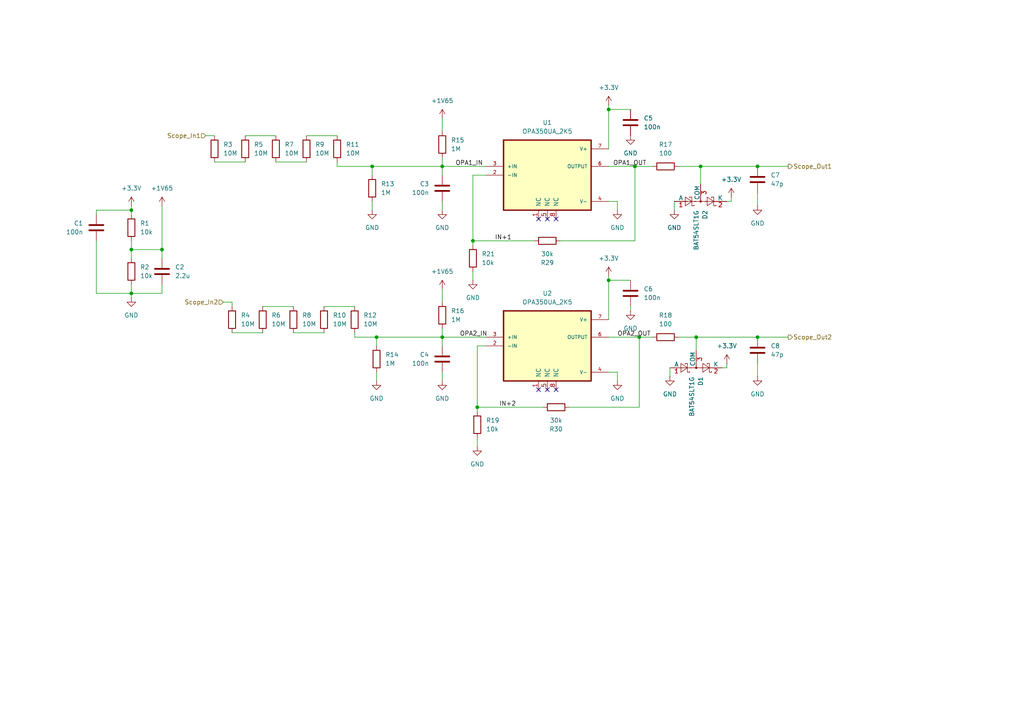
<source format=kicad_sch>
(kicad_sch (version 20250114) (generator "eeschema") (generator_version "9.0")
  (paper "A4")
  (lib_symbols
    (symbol "Device:C" (pin_numbers (hide yes)) (pin_names (offset 0.254))
      (property "Reference" "C" (at 0.635 2.54 0))
      (property "Value" "C" (at 0.635 -2.54 0))
      (symbol "C_0_1"
        (polyline (pts (xy -2.032 0.762) (xy 2.032 0.762)) (stroke (width 0.508)))
        (polyline (pts (xy -2.032 -0.762) (xy 2.032 -0.762)) (stroke (width 0.508)))
      )
      (symbol "C_1_1"
        (pin passive line (at 0 3.81 270) (length 2.794) (name "~") (number "1"))
        (pin passive line (at 0 -3.81 90) (length 2.794) (name "~") (number "2"))
      )
    )
    (symbol "Device:R" (pin_numbers (hide yes)) (pin_names (offset 0))
      (property "Reference" "R" (at 2.032 0 90))
      (property "Value" "R" (at 0 0 90))
      (symbol "R_0_1"
        (rectangle (start -1.016 -2.54) (end 1.016 2.54) (stroke (width 0.254)))
      )
      (symbol "R_1_1"
        (pin passive line (at 0 3.81 270) (length 1.27) (name "~") (number "1"))
        (pin passive line (at 0 -3.81 90) (length 1.27) (name "~") (number "2"))
      )
    )
    (symbol "Diode:BAT54S" (pin_names (offset 0))
      (property "Reference" "D" (at 2.54 -5.08 0))
      (property "Value" "BAT54S" (at -6.35 3.175 0))
      (symbol "BAT54S_0_1"
        (polyline (pts (xy -4.445 1.27) (xy -4.445 -1.27) (xy -2.54 0) (xy -4.445 1.27)))
        (polyline (pts (xy -3.81 0) (xy -1.27 0)))
        (polyline (pts (xy -3.175 -1.27) (xy -3.175 -1.016)))
        (polyline (pts (xy -2.54 1.27) (xy -1.905 1.27)))
        (polyline (pts (xy -2.54 -1.27) (xy -3.175 -1.27)))
        (polyline (pts (xy -2.54 -1.27) (xy -2.54 1.27)))
        (polyline (pts (xy -1.905 1.27) (xy -1.905 1.016)))
        (polyline (pts (xy -1.905 0) (xy 1.905 0)))
        (circle (center 0 0) (radius 0.254) (fill (type outline)))
        (polyline (pts (xy 1.27 0) (xy 3.81 0)))
        (polyline (pts (xy 1.905 1.27) (xy 1.905 -1.27) (xy 3.81 0) (xy 1.905 1.27)))
        (polyline (pts (xy 3.175 -1.27) (xy 3.175 -1.016)))
        (polyline (pts (xy 3.81 1.27) (xy 4.445 1.27)))
        (polyline (pts (xy 3.81 -1.27) (xy 3.175 -1.27)))
        (polyline (pts (xy 3.81 -1.27) (xy 3.81 1.27)))
        (polyline (pts (xy 4.445 1.27) (xy 4.445 1.016)))
      )
      (symbol "BAT54S_1_1"
        (pin passive line (at -7.62 0 0) (length 3.81) (name "A") (number "1"))
        (pin passive line (at 0 -5.08 90) (length 5.08) (name "COM") (number "3"))
        (pin passive line (at 7.62 0 180) (length 3.81) (name "K") (number "2"))
      )
    )
    (symbol "OPA350UA_2K5G4_1" (pin_names (offset 1.016))
      (property "Reference" "U5" (at 0 15.24 0))
      (property "Value" "OPA350UA_2K5" (at 0 12.7 0))
      (symbol "OPA350UA_2K5G4_1_0_0"
        (rectangle (start -12.7 10.16) (end 12.7 -10.16) (stroke (width 0.41)) (fill (type background)))
        (pin input line (at -17.78 2.54 0) (length 5.08) (name "+IN") (number "3"))
        (pin input line (at -17.78 0 0) (length 5.08) (name "-IN") (number "2"))
        (pin no_connect line (at -2.54 -12.7 90) (length 2.54) (name "NC") (number "1"))
        (pin no_connect line (at 0 -12.7 90) (length 2.54) (name "NC") (number "5"))
        (pin no_connect line (at 2.54 -12.7 90) (length 2.54) (name "NC") (number "8"))
        (pin power_in line (at 17.78 7.62 180) (length 5.08) (name "V+") (number "7"))
        (pin output line (at 17.78 2.54 180) (length 5.08) (name "OUTPUT") (number "6"))
        (pin power_in line (at 17.78 -7.62 180) (length 5.08) (name "V-") (number "4"))
      )
    )
    (symbol "OPA350UA_2K5G4_2" (pin_names (offset 1.016))
      (property "Reference" "U5" (at 0 15.24 0))
      (property "Value" "OPA350UA_2K5" (at 0 12.7 0))
      (symbol "OPA350UA_2K5G4_2_0_0"
        (rectangle (start -12.7 10.16) (end 12.7 -10.16) (stroke (width 0.41)) (fill (type background)))
        (pin input line (at -17.78 2.54 0) (length 5.08) (name "+IN") (number "3"))
        (pin input line (at -17.78 0 0) (length 5.08) (name "-IN") (number "2"))
        (pin no_connect line (at -2.54 -12.7 90) (length 2.54) (name "NC") (number "1"))
        (pin no_connect line (at 0 -12.7 90) (length 2.54) (name "NC") (number "5"))
        (pin no_connect line (at 2.54 -12.7 90) (length 2.54) (name "NC") (number "8"))
        (pin power_in line (at 17.78 7.62 180) (length 5.08) (name "V+") (number "7"))
        (pin output line (at 17.78 2.54 180) (length 5.08) (name "OUTPUT") (number "6"))
        (pin power_in line (at 17.78 -7.62 180) (length 5.08) (name "V-") (number "4"))
      )
    )
    (symbol "power:+1V5" (power) (pin_numbers (hide yes)) (pin_names (offset 0) (hide yes))
      (property "Value" "+1V5" (at 0 3.556 0))
      (symbol "+1V5_0_1"
        (polyline (pts (xy -0.762 1.27) (xy 0 2.54)))
        (polyline (pts (xy 0 2.54) (xy 0.762 1.27)))
        (polyline (pts (xy 0 0) (xy 0 2.54)))
      )
      (symbol "+1V5_1_1"
        (pin power_in line (at 0 0 90) (length 0) (name "~") (number "1"))
      )
    )
    (symbol "power:+3.3V" (power) (pin_numbers (hide yes)) (pin_names (offset 0) (hide yes))
      (property "Value" "+3.3V" (at 0 3.556 0))
      (symbol "+3.3V_0_1"
        (polyline (pts (xy -0.762 1.27) (xy 0 2.54)))
        (polyline (pts (xy 0 2.54) (xy 0.762 1.27)))
        (polyline (pts (xy 0 0) (xy 0 2.54)))
      )
      (symbol "+3.3V_1_1"
        (pin power_in line (at 0 0 90) (length 0) (name "~") (number "1"))
      )
    )
    (symbol "power:GND" (power) (pin_numbers (hide yes)) (pin_names (offset 0) (hide yes))
      (property "Value" "GND" (at 0 -3.81 0))
      (symbol "GND_0_1"
        (polyline (pts (xy 0 0) (xy 0 -1.27) (xy 1.27 -1.27) (xy 0 -2.54) (xy -1.27 -1.27) (xy 0 -1.27)))
      )
      (symbol "GND_1_1"
        (pin power_in line (at 0 0 270) (length 0) (name "~") (number "1"))
      )
    )
  )
  (junction (at 201.93 97.79))
  (junction (at 38.1 60.96))
  (junction (at 185.42 97.79))
  (junction (at 176.53 81.28))
  (junction (at 219.71 48.26))
  (junction (at 38.1 72.39))
  (junction (at 128.27 97.79))
  (junction (at 138.43 118.11))
  (junction (at 203.2 48.26))
  (junction (at 109.22 97.79))
  (junction (at 137.16 69.85))
  (junction (at 184.15 48.26))
  (junction (at 219.71 97.79))
  (junction (at 176.53 31.75))
  (junction (at 38.1 85.09))
  (junction (at 46.99 72.39))
  (junction (at 107.95 48.26))
  (junction (at 128.27 48.26))
  (no_connect (at 158.75 63.5))
  (no_connect (at 161.29 113.03))
  (no_connect (at 156.21 63.5))
  (no_connect (at 161.29 63.5))
  (no_connect (at 156.21 113.03))
  (no_connect (at 158.75 113.03))
  (wire (pts (xy 219.71 48.26) (xy 228.6 48.26)))
  (wire (pts (xy 137.16 50.8) (xy 137.16 69.85)))
  (wire (pts (xy 62.23 46.99) (xy 71.12 46.99)))
  (wire (pts (xy 46.99 82.55) (xy 46.99 85.09)))
  (wire (pts (xy 27.94 69.85) (xy 27.94 85.09)))
  (wire (pts (xy 162.56 69.85) (xy 184.15 69.85)))
  (wire (pts (xy 38.1 59.69) (xy 38.1 60.96)))
  (wire (pts (xy 176.53 81.28) (xy 182.88 81.28)))
  (wire (pts (xy 128.27 83.82) (xy 128.27 87.63)))
  (wire (pts (xy 76.2 88.9) (xy 85.09 88.9)))
  (wire (pts (xy 176.53 58.42) (xy 179.07 58.42)))
  (wire (pts (xy 46.99 72.39) (xy 38.1 72.39)))
  (wire (pts (xy 176.53 107.95) (xy 179.07 107.95)))
  (wire (pts (xy 176.53 80.01) (xy 176.53 81.28)))
  (wire (pts (xy 194.31 106.68) (xy 194.31 109.22)))
  (wire (pts (xy 219.71 105.41) (xy 219.71 109.22)))
  (wire (pts (xy 185.42 97.79) (xy 185.42 118.11)))
  (wire (pts (xy 59.69 39.37) (xy 62.23 39.37)))
  (wire (pts (xy 138.43 127) (xy 138.43 129.54)))
  (wire (pts (xy 46.99 72.39) (xy 46.99 74.93)))
  (wire (pts (xy 137.16 78.74) (xy 137.16 81.28)))
  (wire (pts (xy 179.07 107.95) (xy 179.07 110.49)))
  (wire (pts (xy 97.79 48.26) (xy 107.95 48.26)))
  (wire (pts (xy 196.85 97.79) (xy 201.93 97.79)))
  (wire (pts (xy 176.53 48.26) (xy 184.15 48.26)))
  (wire (pts (xy 64.77 87.63) (xy 67.31 87.63)))
  (wire (pts (xy 67.31 87.63) (xy 67.31 88.9)))
  (wire (pts (xy 138.43 100.33) (xy 140.97 100.33)))
  (wire (pts (xy 38.1 85.09) (xy 38.1 86.36)))
  (wire (pts (xy 219.71 55.88) (xy 219.71 59.69)))
  (wire (pts (xy 80.01 46.99) (xy 88.9 46.99)))
  (wire (pts (xy 138.43 118.11) (xy 138.43 119.38)))
  (wire (pts (xy 138.43 118.11) (xy 157.48 118.11)))
  (wire (pts (xy 27.94 60.96) (xy 38.1 60.96)))
  (wire (pts (xy 128.27 58.42) (xy 128.27 60.96)))
  (wire (pts (xy 93.98 88.9) (xy 102.87 88.9)))
  (wire (pts (xy 182.88 88.9) (xy 182.88 90.17)))
  (wire (pts (xy 128.27 34.29) (xy 128.27 38.1)))
  (wire (pts (xy 210.82 58.42) (xy 212.09 58.42)))
  (wire (pts (xy 102.87 97.79) (xy 109.22 97.79)))
  (wire (pts (xy 176.53 31.75) (xy 176.53 43.18)))
  (wire (pts (xy 107.95 58.42) (xy 107.95 60.96)))
  (wire (pts (xy 212.09 57.15) (xy 212.09 58.42)))
  (wire (pts (xy 38.1 72.39) (xy 38.1 74.93)))
  (wire (pts (xy 109.22 97.79) (xy 109.22 100.33)))
  (wire (pts (xy 38.1 69.85) (xy 38.1 72.39)))
  (wire (pts (xy 128.27 48.26) (xy 140.97 48.26)))
  (wire (pts (xy 176.53 81.28) (xy 176.53 92.71)))
  (wire (pts (xy 128.27 107.95) (xy 128.27 110.49)))
  (wire (pts (xy 128.27 97.79) (xy 128.27 100.33)))
  (wire (pts (xy 210.82 105.41) (xy 210.82 106.68)))
  (wire (pts (xy 165.1 118.11) (xy 185.42 118.11)))
  (wire (pts (xy 176.53 30.48) (xy 176.53 31.75)))
  (wire (pts (xy 97.79 48.26) (xy 97.79 46.99)))
  (wire (pts (xy 128.27 97.79) (xy 140.97 97.79)))
  (wire (pts (xy 128.27 45.72) (xy 128.27 48.26)))
  (wire (pts (xy 201.93 97.79) (xy 219.71 97.79)))
  (wire (pts (xy 46.99 85.09) (xy 38.1 85.09)))
  (wire (pts (xy 203.2 53.34) (xy 203.2 48.26)))
  (wire (pts (xy 102.87 97.79) (xy 102.87 96.52)))
  (wire (pts (xy 203.2 48.26) (xy 219.71 48.26)))
  (wire (pts (xy 195.58 58.42) (xy 195.58 60.96)))
  (wire (pts (xy 67.31 96.52) (xy 76.2 96.52)))
  (wire (pts (xy 27.94 85.09) (xy 38.1 85.09)))
  (wire (pts (xy 27.94 62.23) (xy 27.94 60.96)))
  (wire (pts (xy 88.9 39.37) (xy 97.79 39.37)))
  (wire (pts (xy 38.1 82.55) (xy 38.1 85.09)))
  (wire (pts (xy 85.09 96.52) (xy 93.98 96.52)))
  (wire (pts (xy 138.43 100.33) (xy 138.43 118.11)))
  (wire (pts (xy 137.16 50.8) (xy 140.97 50.8)))
  (wire (pts (xy 128.27 95.25) (xy 128.27 97.79)))
  (wire (pts (xy 109.22 107.95) (xy 109.22 110.49)))
  (wire (pts (xy 179.07 58.42) (xy 179.07 60.96)))
  (wire (pts (xy 38.1 60.96) (xy 38.1 62.23)))
  (wire (pts (xy 201.93 97.79) (xy 201.93 101.6)))
  (wire (pts (xy 107.95 48.26) (xy 107.95 50.8)))
  (wire (pts (xy 109.22 97.79) (xy 128.27 97.79)))
  (wire (pts (xy 137.16 69.85) (xy 154.94 69.85)))
  (wire (pts (xy 46.99 59.69) (xy 46.99 72.39)))
  (wire (pts (xy 184.15 48.26) (xy 184.15 69.85)))
  (wire (pts (xy 71.12 39.37) (xy 80.01 39.37)))
  (wire (pts (xy 189.23 48.26) (xy 184.15 48.26)))
  (wire (pts (xy 128.27 48.26) (xy 128.27 50.8)))
  (wire (pts (xy 107.95 48.26) (xy 128.27 48.26)))
  (wire (pts (xy 189.23 97.79) (xy 185.42 97.79)))
  (wire (pts (xy 219.71 97.79) (xy 228.6 97.79)))
  (wire (pts (xy 209.55 106.68) (xy 210.82 106.68)))
  (wire (pts (xy 176.53 31.75) (xy 182.88 31.75)))
  (wire (pts (xy 137.16 69.85) (xy 137.16 71.12)))
  (wire (pts (xy 203.2 48.26) (xy 196.85 48.26)))
  (wire (pts (xy 176.53 97.79) (xy 185.42 97.79)))
  (label "OPA2_IN" (at 133.35 97.79 0))
  (label "IN+1" (at 143.51 69.85 0))
  (label "OPA1_IN" (at 132.08 48.26 0))
  (label "OPA2_OUT" (at 179.07 97.79 0))
  (label "OPA1_OUT" (at 177.8 48.26 0))
  (label "IN+2" (at 144.78 118.11 0))
  (hierarchical_label "Scope_In1" (shape input) (at 59.69 39.37 180))
  (hierarchical_label "Scope_In2" (shape input) (at 64.77 87.63 180))
  (hierarchical_label "Scope_Out1" (shape output) (at 228.6 48.26 0))
  (hierarchical_label "Scope_Out2" (shape output) (at 228.6 97.79 0))
  (symbol (lib_id "power:GND") (at 128.27 110.49 0) (unit 1)
    (property "Reference" "#PWR09" (effects (hide yes)))
    (property "Value" "GND" (at 128.27 115.57 0))
    (property "Description" "Power symbol creates a global label with name \"GND\" , ground" (effects (hide yes)))
  )
  (symbol (lib_id "power:GND") (at 179.07 110.49 0) (unit 1)
    (property "Reference" "#PWR013" (effects (hide yes)))
    (property "Value" "GND" (at 179.07 115.57 0))
    (property "Description" "Power symbol creates a global label with name \"GND\" , ground" (effects (hide yes)))
  )
  (symbol (lib_id "Device:R") (at 137.16 74.93 180) (unit 1)
    (property "Reference" "R21" (at 139.7 73.6599 0) (effects (justify right)))
    (property "Value" "10k" (at 139.7 76.1999 0) (effects (justify right)))
    (property "Footprint" "Capacitor_SMD:C_0402_1005Metric" (effects (hide yes)))
  )
  (symbol (lib_id "power:GND") (at 138.43 129.54 0) (unit 1)
    (property "Reference" "#PWR022" (effects (hide yes)))
    (property "Value" "GND" (at 138.43 134.62 0))
    (property "Description" "Power symbol creates a global label with name \"GND\" , ground" (effects (hide yes)))
  )
  (symbol (lib_id "Device:C") (at 128.27 104.14 0) (unit 1)
    (property "Reference" "C4" (at 124.46 102.8699 0) (effects (justify right)))
    (property "Value" "100n" (at 124.46 105.4099 0) (effects (justify right)))
    (property "Footprint" "Capacitor_SMD:C_0402_1005Metric" (effects (hide yes)))
  )
  (symbol (lib_id "power:+3.3V") (at 176.53 30.48 0) (unit 1)
    (property "Reference" "#PWR010" (effects (hide yes)))
    (property "Value" "+3.3V" (at 176.53 25.4 0))
    (property "Description" "Power symbol creates a global label with name \"+3.3V\"" (effects (hide yes)))
  )
  (symbol (lib_id "power:GND") (at 109.22 110.49 0) (unit 1)
    (property "Reference" "#PWR05" (effects (hide yes)))
    (property "Value" "GND" (at 109.22 115.57 0))
    (property "Description" "Power symbol creates a global label with name \"GND\" , ground" (effects (hide yes)))
  )
  (symbol (lib_id "Device:R") (at 128.27 41.91 180) (unit 1)
    (property "Reference" "R15" (at 130.81 40.6399 0) (effects (justify right)))
    (property "Value" "1M" (at 130.81 43.1799 0) (effects (justify right)))
    (property "Footprint" "Capacitor_SMD:C_0402_1005Metric" (effects (hide yes)))
  )
  (symbol (lib_id "power:+1V5") (at 46.99 59.69 0) (unit 1)
    (property "Reference" "#PWR03" (effects (hide yes)))
    (property "Value" "+1V65" (at 46.99 54.61 0))
    (property "Description" "Power symbol creates a global label with name \"+1V65\"" (effects (hide yes)))
  )
  (symbol (lib_id "Device:R") (at 85.09 92.71 180) (unit 1)
    (property "Reference" "R8" (at 87.63 91.4399 0) (effects (justify right)))
    (property "Value" "10M" (at 87.63 93.9799 0) (effects (justify right)))
    (property "Footprint" "Capacitor_SMD:C_0402_1005Metric" (effects (hide yes)))
  )
  (symbol (lib_id "power:GND") (at 182.88 90.17 0) (unit 1)
    (property "Reference" "#PWR015" (effects (hide yes)))
    (property "Value" "GND" (at 182.88 95.25 0))
    (property "Description" "Power symbol creates a global label with name \"GND\" , ground" (effects (hide yes)))
  )
  (symbol (lib_id "power:GND") (at 219.71 59.69 0) (unit 1)
    (property "Reference" "#PWR020" (effects (hide yes)))
    (property "Value" "GND" (at 219.71 64.77 0))
    (property "Description" "Power symbol creates a global label with name \"GND\" , ground" (effects (hide yes)))
  )
  (symbol (lib_id "Device:R") (at 62.23 43.18 180) (unit 1)
    (property "Reference" "R3" (at 64.77 41.9099 0) (effects (justify right)))
    (property "Value" "10M" (at 64.77 44.4499 0) (effects (justify right)))
    (property "Footprint" "Capacitor_SMD:C_0402_1005Metric" (effects (hide yes)))
  )
  (symbol (lib_id "Device:R") (at 161.29 118.11 90) (mirror x) (unit 1)
    (property "Reference" "R30" (at 161.29 124.46 90))
    (property "Value" "30k" (at 161.29 121.92 90))
    (property "Footprint" "Capacitor_SMD:C_0402_1005Metric" (effects (hide yes)))
  )
  (symbol (lib_id "Device:C") (at 27.94 66.04 0) (unit 1)
    (property "Reference" "C1" (at 24.13 64.7699 0) (effects (justify right)))
    (property "Value" "100n" (at 24.13 67.3099 0) (effects (justify right)))
    (property "Footprint" "Capacitor_SMD:C_0402_1005Metric" (effects (hide yes)))
  )
  (symbol (lib_id "power:+3.3V") (at 210.82 105.41 0) (unit 1)
    (property "Reference" "#PWR018" (effects (hide yes)))
    (property "Value" "+3.3V" (at 210.82 100.33 0))
    (property "Description" "Power symbol creates a global label with name \"+3.3V\"" (effects (hide yes)))
  )
  (symbol (lib_id "Device:R") (at 158.75 69.85 90) (mirror x) (unit 1)
    (property "Reference" "R29" (at 158.75 76.2 90))
    (property "Value" "30k" (at 158.75 73.66 90))
    (property "Footprint" "Capacitor_SMD:C_0402_1005Metric" (effects (hide yes)))
  )
  (symbol (lib_id "Device:R") (at 102.87 92.71 180) (unit 1)
    (property "Reference" "R12" (at 105.41 91.4399 0) (effects (justify right)))
    (property "Value" "10M" (at 105.41 93.9799 0) (effects (justify right)))
    (property "Footprint" "Capacitor_SMD:C_0402_1005Metric" (effects (hide yes)))
  )
  (symbol (lib_id "power:+3.3V") (at 212.09 57.15 0) (unit 1)
    (property "Reference" "#PWR019" (effects (hide yes)))
    (property "Value" "+3.3V" (at 212.09 52.07 0))
    (property "Description" "Power symbol creates a global label with name \"+3.3V\"" (effects (hide yes)))
  )
  (symbol (lib_id "Device:R") (at 38.1 78.74 180) (unit 1)
    (property "Reference" "R2" (at 40.64 77.4699 0) (effects (justify right)))
    (property "Value" "10k" (at 40.64 80.0099 0) (effects (justify right)))
    (property "Footprint" "Capacitor_SMD:C_0402_1005Metric" (effects (hide yes)))
  )
  (symbol (lib_id "power:GND") (at 137.16 81.28 0) (unit 1)
    (property "Reference" "#PWR023" (effects (hide yes)))
    (property "Value" "GND" (at 137.16 86.36 0))
    (property "Description" "Power symbol creates a global label with name \"GND\" , ground" (effects (hide yes)))
  )
  (symbol (lib_id "power:GND") (at 219.71 109.22 0) (unit 1)
    (property "Reference" "#PWR021" (effects (hide yes)))
    (property "Value" "GND" (at 219.71 114.3 0))
    (property "Description" "Power symbol creates a global label with name \"GND\" , ground" (effects (hide yes)))
  )
  (symbol (lib_id "Device:R") (at 138.43 123.19 180) (unit 1)
    (property "Reference" "R19" (at 140.97 121.9199 0) (effects (justify right)))
    (property "Value" "10k" (at 140.97 124.4599 0) (effects (justify right)))
    (property "Footprint" "Capacitor_SMD:C_0402_1005Metric" (effects (hide yes)))
  )
  (symbol (lib_id "Device:R") (at 71.12 43.18 180) (unit 1)
    (property "Reference" "R5" (at 73.66 41.9099 0) (effects (justify right)))
    (property "Value" "10M" (at 73.66 44.4499 0) (effects (justify right)))
    (property "Footprint" "Capacitor_SMD:C_0402_1005Metric" (effects (hide yes)))
  )
  (symbol (lib_id "Device:R") (at 193.04 48.26 90) (unit 1)
    (property "Reference" "R17" (at 193.04 41.91 90))
    (property "Value" "100" (at 193.04 44.45 90))
    (property "Footprint" "Capacitor_SMD:C_0402_1005Metric" (effects (hide yes)))
  )
  (symbol (lib_id "Device:R") (at 107.95 54.61 180) (unit 1)
    (property "Reference" "R13" (at 110.49 53.3399 0) (effects (justify right)))
    (property "Value" "1M" (at 110.49 55.8799 0) (effects (justify right)))
    (property "Footprint" "Capacitor_SMD:C_0402_1005Metric" (effects (hide yes)))
  )
  (symbol (lib_id "power:GND") (at 38.1 86.36 0) (unit 1)
    (property "Reference" "#PWR02" (effects (hide yes)))
    (property "Value" "GND" (at 38.1 91.44 0))
    (property "Description" "Power symbol creates a global label with name \"GND\" , ground" (effects (hide yes)))
  )
  (symbol (lib_id "Diode:BAT54S") (at 201.93 106.68 0) (mirror x) (unit 1)
    (property "Reference" "D1" (at 203.2001 109.22 90) (effects (justify left)))
    (property "Value" "BAT54SLT1G" (at 200.6601 109.22 90) (effects (justify left)))
    (property "Footprint" "Package_TO_SOT_SMD:SOT-23" (effects (hide yes)))
    (property "Datasheet" "https://www.diodes.com/assets/Datasheets/ds11005.pdf" (effects (hide yes)))
    (property "Description" "BAT54SLT1G" (effects (hide yes)))
    (property "Field5" "C19726" (effects (hide yes)))
  )
  (symbol (lib_id "power:+3.3V") (at 38.1 59.69 0) (unit 1)
    (property "Reference" "#PWR01" (effects (hide yes)))
    (property "Value" "+3.3V" (at 38.1 54.61 0))
    (property "Description" "Power symbol creates a global label with name \"+3.3V\"" (effects (hide yes)))
  )
  (symbol (lib_id "Diode:BAT54S") (at 203.2 58.42 0) (mirror x) (unit 1)
    (property "Reference" "D2" (at 204.4701 60.96 90) (effects (justify left)))
    (property "Value" "BAT54SLT1G" (at 201.9301 60.96 90) (effects (justify left)))
    (property "Footprint" "Package_TO_SOT_SMD:SOT-23" (effects (hide yes)))
    (property "Datasheet" "https://www.diodes.com/assets/Datasheets/ds11005.pdf" (effects (hide yes)))
    (property "Description" "BAT54SLT1G" (effects (hide yes)))
    (property "Field5" "C19726" (effects (hide yes)))
  )
  (symbol (lib_id "power:+3.3V") (at 176.53 80.01 0) (unit 1)
    (property "Reference" "#PWR011" (effects (hide yes)))
    (property "Value" "+3.3V" (at 176.53 74.93 0))
    (property "Description" "Power symbol creates a global label with name \"+3.3V\"" (effects (hide yes)))
  )
  (symbol (lib_id "power:GND") (at 195.58 60.96 0) (unit 1)
    (property "Reference" "#PWR017" (effects (hide yes)))
    (property "Value" "GND" (at 195.58 66.04 0))
    (property "Description" "Power symbol creates a global label with name \"GND\" , ground" (effects (hide yes)))
  )
  (symbol (lib_id "Device:C") (at 182.88 85.09 0) (mirror y) (unit 1)
    (property "Reference" "C6" (at 186.69 83.8199 0) (effects (justify right)))
    (property "Value" "100n" (at 186.69 86.3599 0) (effects (justify right)))
    (property "Footprint" "Capacitor_SMD:C_0402_1005Metric" (effects (hide yes)))
  )
  (symbol (lib_id "Device:C") (at 46.99 78.74 0) (unit 1)
    (property "Reference" "C2" (at 50.8 77.4699 0) (effects (justify left)))
    (property "Value" "2.2u" (at 50.8 80.0099 0) (effects (justify left)))
    (property "Footprint" "Capacitor_SMD:C_0603_1608Metric" (effects (hide yes)))
  )
  (symbol (lib_id "power:GND") (at 194.31 109.22 0) (unit 1)
    (property "Reference" "#PWR016" (effects (hide yes)))
    (property "Value" "GND" (at 194.31 114.3 0))
    (property "Description" "Power symbol creates a global label with name \"GND\" , ground" (effects (hide yes)))
  )
  (symbol (lib_id "Device:R") (at 88.9 43.18 180) (unit 1)
    (property "Reference" "R9" (at 91.44 41.9099 0) (effects (justify right)))
    (property "Value" "10M" (at 91.44 44.4499 0) (effects (justify right)))
    (property "Footprint" "Capacitor_SMD:C_0402_1005Metric" (effects (hide yes)))
  )
  (symbol (lib_id "Device:R") (at 80.01 43.18 180) (unit 1)
    (property "Reference" "R7" (at 82.55 41.9099 0) (effects (justify right)))
    (property "Value" "10M" (at 82.55 44.4499 0) (effects (justify right)))
    (property "Footprint" "Capacitor_SMD:C_0402_1005Metric" (effects (hide yes)))
  )
  (symbol (lib_id "Device:C") (at 219.71 101.6 0) (unit 1)
    (property "Reference" "C8" (at 223.52 100.3299 0) (effects (justify left)))
    (property "Value" "47p" (at 223.52 102.8699 0) (effects (justify left)))
    (property "Footprint" "Capacitor_SMD:C_0402_1005Metric" (effects (hide yes)))
  )
  (symbol (lib_id "Device:R") (at 93.98 92.71 180) (unit 1)
    (property "Reference" "R10" (at 96.52 91.4399 0) (effects (justify right)))
    (property "Value" "10M" (at 96.52 93.9799 0) (effects (justify right)))
    (property "Footprint" "Capacitor_SMD:C_0402_1005Metric" (effects (hide yes)))
  )
  (symbol (lib_id "Device:R") (at 67.31 92.71 180) (unit 1)
    (property "Reference" "R4" (at 69.85 91.4399 0) (effects (justify right)))
    (property "Value" "10M" (at 69.85 93.9799 0) (effects (justify right)))
    (property "Footprint" "Capacitor_SMD:C_0402_1005Metric" (effects (hide yes)))
  )
  (symbol (lib_id "Device:R") (at 97.79 43.18 180) (unit 1)
    (property "Reference" "R11" (at 100.33 41.9099 0) (effects (justify right)))
    (property "Value" "10M" (at 100.33 44.4499 0) (effects (justify right)))
    (property "Footprint" "Capacitor_SMD:C_0402_1005Metric" (effects (hide yes)))
  )
  (symbol (lib_id "Device:R") (at 38.1 66.04 180) (unit 1)
    (property "Reference" "R1" (at 40.64 64.7699 0) (effects (justify right)))
    (property "Value" "10k" (at 40.64 67.3099 0) (effects (justify right)))
    (property "Footprint" "Capacitor_SMD:C_0402_1005Metric" (effects (hide yes)))
  )
  (symbol (lib_id "power:GND") (at 128.27 60.96 0) (unit 1)
    (property "Reference" "#PWR07" (effects (hide yes)))
    (property "Value" "GND" (at 128.27 66.04 0))
    (property "Description" "Power symbol creates a global label with name \"GND\" , ground" (effects (hide yes)))
  )
  (symbol (lib_id "Device:R") (at 109.22 104.14 180) (unit 1)
    (property "Reference" "R14" (at 111.76 102.8699 0) (effects (justify right)))
    (property "Value" "1M" (at 111.76 105.4099 0) (effects (justify right)))
    (property "Footprint" "Capacitor_SMD:C_0402_1005Metric" (effects (hide yes)))
  )
  (symbol (lib_id "power:GND") (at 107.95 60.96 0) (unit 1)
    (property "Reference" "#PWR04" (effects (hide yes)))
    (property "Value" "GND" (at 107.95 66.04 0))
    (property "Description" "Power symbol creates a global label with name \"GND\" , ground" (effects (hide yes)))
  )
  (symbol (lib_id "Device:R") (at 193.04 97.79 90) (unit 1)
    (property "Reference" "R18" (at 193.04 91.44 90))
    (property "Value" "100" (at 193.04 93.98 90))
    (property "Footprint" "Capacitor_SMD:C_0402_1005Metric" (effects (hide yes)))
  )
  (symbol (lib_name "OPA350UA_2K5G4_1") (lib_id "OPA350UA_2K5G4:OPA350UA_2K5G4") (at 158.75 50.8 0) (unit 1)
    (property "Reference" "U1" (at 158.75 35.56 0))
    (property "Value" "OPA350UA_2K5" (at 158.75 38.1 0))
    (property "Footprint" "02Footprints:SOIC127P599X175-8N" (effects (hide yes)))
    (property "Datasheet" "https://www.ti.com/cn/lit/ds/symlink/opa350.pdf?ts=1768953830564&ref_url=https%253A%252F%252Fso.szlcsc.com%252F" (effects (hide yes)))
    (property "Description" "OPA350UA/2K5" (effects (hide yes)))
    (property "Part NO." "C13388" (effects (hide yes)))
    (property "MF" "Texas Instruments" (effects (hide yes)))
    (property "Description_1" "Single, single-supply, rail-to-rail, high speed, low noise operational amplifier 8-SOIC -40 to 85" (effects (hide yes)))
    (property "Package" "SOIC-8 Texas Instruments" (effects (hide yes)))
    (property "Price" "None" (effects (hide yes)))
    (property "SnapEDA_Link" "https://www.snapeda.com/parts/OPA350UA/2K5G4/Texas+Instruments/view-part/?ref=snap" (effects (hide yes)))
    (property "MP" "OPA350UA/2K5G4" (effects (hide yes)))
    (property "Availability" "In Stock" (effects (hide yes)))
    (property "Check_prices" "https://www.snapeda.com/parts/OPA350UA/2K5G4/Texas+Instruments/view-part/?ref=eda" (effects (hide yes)))
  )
  (symbol (lib_id "power:GND") (at 182.88 39.37 0) (unit 1)
    (property "Reference" "#PWR014" (effects (hide yes)))
    (property "Value" "GND" (at 182.88 44.45 0))
    (property "Description" "Power symbol creates a global label with name \"GND\" , ground" (effects (hide yes)))
  )
  (symbol (lib_id "Device:C") (at 182.88 35.56 0) (mirror y) (unit 1)
    (property "Reference" "C5" (at 186.69 34.2899 0) (effects (justify right)))
    (property "Value" "100n" (at 186.69 36.8299 0) (effects (justify right)))
    (property "Footprint" "Capacitor_SMD:C_0402_1005Metric" (effects (hide yes)))
  )
  (symbol (lib_id "power:+1V5") (at 128.27 83.82 0) (unit 1)
    (property "Reference" "#PWR08" (effects (hide yes)))
    (property "Value" "+1V65" (at 128.27 78.74 0))
    (property "Description" "Power symbol creates a global label with name \"+1V65\"" (effects (hide yes)))
  )
  (symbol (lib_id "Device:C") (at 128.27 54.61 0) (unit 1)
    (property "Reference" "C3" (at 124.46 53.3399 0) (effects (justify right)))
    (property "Value" "100n" (at 124.46 55.8799 0) (effects (justify right)))
    (property "Footprint" "Capacitor_SMD:C_0402_1005Metric" (effects (hide yes)))
  )
  (symbol (lib_id "Device:R") (at 128.27 91.44 180) (unit 1)
    (property "Reference" "R16" (at 130.81 90.1699 0) (effects (justify right)))
    (property "Value" "1M" (at 130.81 92.7099 0) (effects (justify right)))
    (property "Footprint" "Capacitor_SMD:C_0402_1005Metric" (effects (hide yes)))
  )
  (symbol (lib_id "power:+1V5") (at 128.27 34.29 0) (unit 1)
    (property "Reference" "#PWR06" (effects (hide yes)))
    (property "Value" "+1V65" (at 128.27 29.21 0))
    (property "Description" "Power symbol creates a global label with name \"+1V65\"" (effects (hide yes)))
  )
  (symbol (lib_id "Device:R") (at 76.2 92.71 180) (unit 1)
    (property "Reference" "R6" (at 78.74 91.4399 0) (effects (justify right)))
    (property "Value" "10M" (at 78.74 93.9799 0) (effects (justify right)))
    (property "Footprint" "Capacitor_SMD:C_0402_1005Metric" (effects (hide yes)))
  )
  (symbol (lib_id "Device:C") (at 219.71 52.07 0) (unit 1)
    (property "Reference" "C7" (at 223.52 50.7999 0) (effects (justify left)))
    (property "Value" "47p" (at 223.52 53.3399 0) (effects (justify left)))
    (property "Footprint" "Capacitor_SMD:C_0402_1005Metric" (effects (hide yes)))
  )
  (symbol (lib_id "power:GND") (at 179.07 60.96 0) (unit 1)
    (property "Reference" "#PWR012" (effects (hide yes)))
    (property "Value" "GND" (at 179.07 66.04 0))
    (property "Description" "Power symbol creates a global label with name \"GND\" , ground" (effects (hide yes)))
  )
  (symbol (lib_name "OPA350UA_2K5G4_2") (lib_id "OPA350UA_2K5G4:OPA350UA_2K5G4") (at 158.75 100.33 0) (unit 1)
    (property "Reference" "U2" (at 158.75 85.09 0))
    (property "Value" "OPA350UA_2K5" (at 158.75 87.63 0))
    (property "Footprint" "02Footprints:SOIC127P599X175-8N" (effects (hide yes)))
    (property "Datasheet" "https://www.ti.com/cn/lit/ds/symlink/opa350.pdf?ts=1768953830564&ref_url=https%253A%252F%252Fso.szlcsc.com%252F" (effects (hide yes)))
    (property "Description" "OPA350UA/2K5" (effects (hide yes)))
    (property "Part NO." "C13388" (effects (hide yes)))
    (property "MF" "Texas Instruments" (effects (hide yes)))
    (property "Description_1" "Single, single-supply, rail-to-rail, high speed, low noise operational amplifier 8-SOIC -40 to 85" (effects (hide yes)))
    (property "Package" "SOIC-8 Texas Instruments" (effects (hide yes)))
    (property "Price" "None" (effects (hide yes)))
    (property "SnapEDA_Link" "https://www.snapeda.com/parts/OPA350UA/2K5G4/Texas+Instruments/view-part/?ref=snap" (effects (hide yes)))
    (property "MP" "OPA350UA/2K5G4" (effects (hide yes)))
    (property "Availability" "In Stock" (effects (hide yes)))
    (property "Check_prices" "https://www.snapeda.com/parts/OPA350UA/2K5G4/Texas+Instruments/view-part/?ref=eda" (effects (hide yes)))
  )
)
</source>
